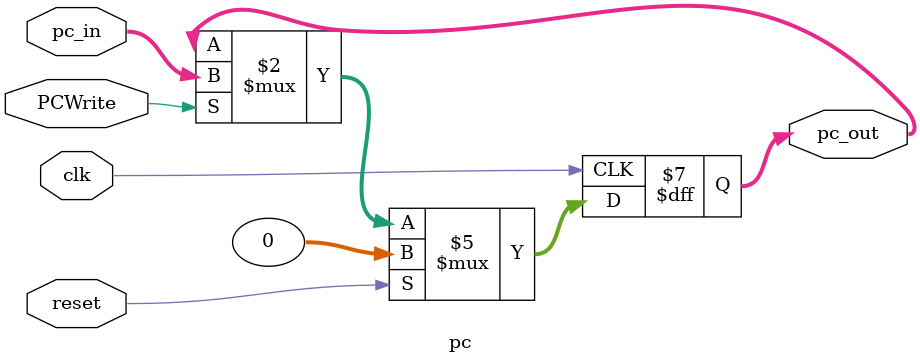
<source format=v>
`timescale 1ns / 1ns

module pc(
    input clk, reset, PCWrite,
    input [31:0] pc_in,
    output reg [31:0] pc_out);
    always @(posedge clk) begin
        if (reset)
            pc_out <= 32'b0;
        else if (PCWrite)
            pc_out <= pc_in;
    end
endmodule
</source>
